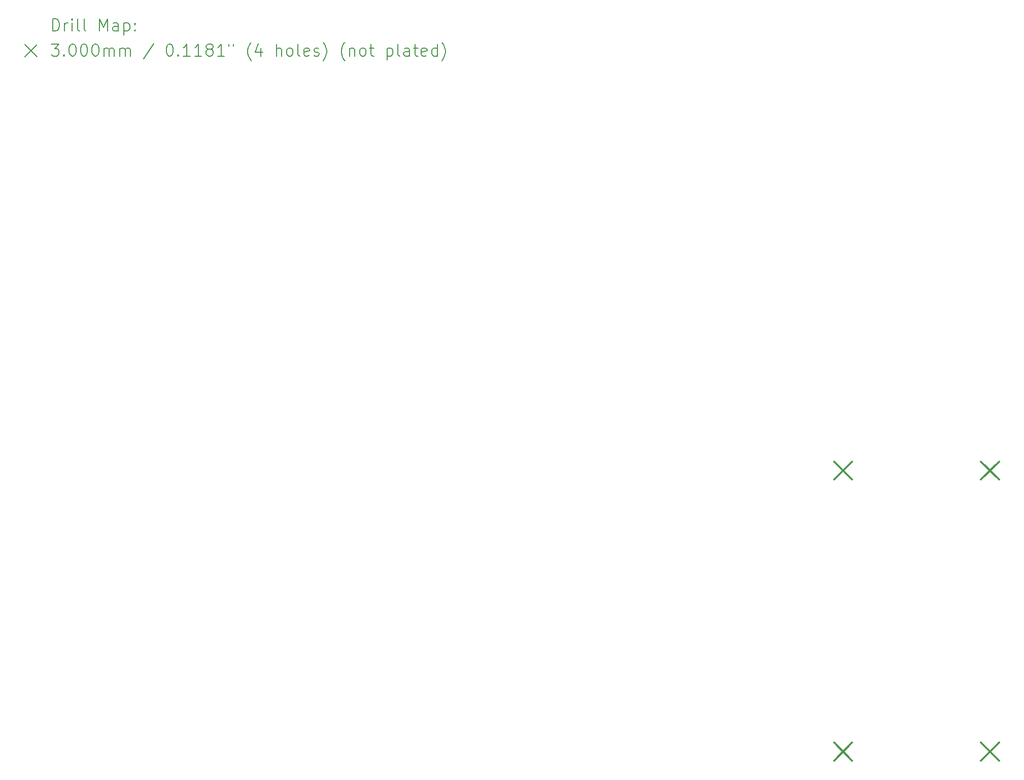
<source format=gbr>
%TF.GenerationSoftware,KiCad,Pcbnew,8.0.2*%
%TF.CreationDate,2024-05-10T22:18:35+03:00*%
%TF.ProjectId,PCB,5043422e-6b69-4636-9164-5f7063625858,rev?*%
%TF.SameCoordinates,Original*%
%TF.FileFunction,Drillmap*%
%TF.FilePolarity,Positive*%
%FSLAX45Y45*%
G04 Gerber Fmt 4.5, Leading zero omitted, Abs format (unit mm)*
G04 Created by KiCad (PCBNEW 8.0.2) date 2024-05-10 22:18:35*
%MOMM*%
%LPD*%
G01*
G04 APERTURE LIST*
%ADD10C,0.200000*%
%ADD11C,0.300000*%
G04 APERTURE END LIST*
D10*
D11*
X13299000Y-7505000D02*
X13599000Y-7805000D01*
X13599000Y-7505000D02*
X13299000Y-7805000D01*
X13299000Y-12200000D02*
X13599000Y-12500000D01*
X13599000Y-12200000D02*
X13299000Y-12500000D01*
X15750000Y-7505000D02*
X16050000Y-7805000D01*
X16050000Y-7505000D02*
X15750000Y-7805000D01*
X15750000Y-12200000D02*
X16050000Y-12500000D01*
X16050000Y-12200000D02*
X15750000Y-12500000D01*
D10*
X260777Y-311484D02*
X260777Y-111484D01*
X260777Y-111484D02*
X308396Y-111484D01*
X308396Y-111484D02*
X336967Y-121008D01*
X336967Y-121008D02*
X356015Y-140055D01*
X356015Y-140055D02*
X365539Y-159103D01*
X365539Y-159103D02*
X375062Y-197198D01*
X375062Y-197198D02*
X375062Y-225769D01*
X375062Y-225769D02*
X365539Y-263865D01*
X365539Y-263865D02*
X356015Y-282912D01*
X356015Y-282912D02*
X336967Y-301960D01*
X336967Y-301960D02*
X308396Y-311484D01*
X308396Y-311484D02*
X260777Y-311484D01*
X460777Y-311484D02*
X460777Y-178150D01*
X460777Y-216246D02*
X470301Y-197198D01*
X470301Y-197198D02*
X479824Y-187674D01*
X479824Y-187674D02*
X498872Y-178150D01*
X498872Y-178150D02*
X517920Y-178150D01*
X584586Y-311484D02*
X584586Y-178150D01*
X584586Y-111484D02*
X575063Y-121008D01*
X575063Y-121008D02*
X584586Y-130531D01*
X584586Y-130531D02*
X594110Y-121008D01*
X594110Y-121008D02*
X584586Y-111484D01*
X584586Y-111484D02*
X584586Y-130531D01*
X708396Y-311484D02*
X689348Y-301960D01*
X689348Y-301960D02*
X679824Y-282912D01*
X679824Y-282912D02*
X679824Y-111484D01*
X813158Y-311484D02*
X794110Y-301960D01*
X794110Y-301960D02*
X784586Y-282912D01*
X784586Y-282912D02*
X784586Y-111484D01*
X1041729Y-311484D02*
X1041729Y-111484D01*
X1041729Y-111484D02*
X1108396Y-254341D01*
X1108396Y-254341D02*
X1175063Y-111484D01*
X1175063Y-111484D02*
X1175063Y-311484D01*
X1356015Y-311484D02*
X1356015Y-206722D01*
X1356015Y-206722D02*
X1346491Y-187674D01*
X1346491Y-187674D02*
X1327444Y-178150D01*
X1327444Y-178150D02*
X1289348Y-178150D01*
X1289348Y-178150D02*
X1270301Y-187674D01*
X1356015Y-301960D02*
X1336967Y-311484D01*
X1336967Y-311484D02*
X1289348Y-311484D01*
X1289348Y-311484D02*
X1270301Y-301960D01*
X1270301Y-301960D02*
X1260777Y-282912D01*
X1260777Y-282912D02*
X1260777Y-263865D01*
X1260777Y-263865D02*
X1270301Y-244817D01*
X1270301Y-244817D02*
X1289348Y-235293D01*
X1289348Y-235293D02*
X1336967Y-235293D01*
X1336967Y-235293D02*
X1356015Y-225769D01*
X1451253Y-178150D02*
X1451253Y-378150D01*
X1451253Y-187674D02*
X1470301Y-178150D01*
X1470301Y-178150D02*
X1508396Y-178150D01*
X1508396Y-178150D02*
X1527443Y-187674D01*
X1527443Y-187674D02*
X1536967Y-197198D01*
X1536967Y-197198D02*
X1546491Y-216246D01*
X1546491Y-216246D02*
X1546491Y-273389D01*
X1546491Y-273389D02*
X1536967Y-292436D01*
X1536967Y-292436D02*
X1527443Y-301960D01*
X1527443Y-301960D02*
X1508396Y-311484D01*
X1508396Y-311484D02*
X1470301Y-311484D01*
X1470301Y-311484D02*
X1451253Y-301960D01*
X1632205Y-292436D02*
X1641729Y-301960D01*
X1641729Y-301960D02*
X1632205Y-311484D01*
X1632205Y-311484D02*
X1622682Y-301960D01*
X1622682Y-301960D02*
X1632205Y-292436D01*
X1632205Y-292436D02*
X1632205Y-311484D01*
X1632205Y-187674D02*
X1641729Y-197198D01*
X1641729Y-197198D02*
X1632205Y-206722D01*
X1632205Y-206722D02*
X1622682Y-197198D01*
X1622682Y-197198D02*
X1632205Y-187674D01*
X1632205Y-187674D02*
X1632205Y-206722D01*
X-200000Y-540000D02*
X0Y-740000D01*
X0Y-540000D02*
X-200000Y-740000D01*
X241729Y-531484D02*
X365539Y-531484D01*
X365539Y-531484D02*
X298872Y-607674D01*
X298872Y-607674D02*
X327444Y-607674D01*
X327444Y-607674D02*
X346491Y-617198D01*
X346491Y-617198D02*
X356015Y-626722D01*
X356015Y-626722D02*
X365539Y-645770D01*
X365539Y-645770D02*
X365539Y-693389D01*
X365539Y-693389D02*
X356015Y-712436D01*
X356015Y-712436D02*
X346491Y-721960D01*
X346491Y-721960D02*
X327444Y-731484D01*
X327444Y-731484D02*
X270301Y-731484D01*
X270301Y-731484D02*
X251253Y-721960D01*
X251253Y-721960D02*
X241729Y-712436D01*
X451253Y-712436D02*
X460777Y-721960D01*
X460777Y-721960D02*
X451253Y-731484D01*
X451253Y-731484D02*
X441729Y-721960D01*
X441729Y-721960D02*
X451253Y-712436D01*
X451253Y-712436D02*
X451253Y-731484D01*
X584586Y-531484D02*
X603634Y-531484D01*
X603634Y-531484D02*
X622682Y-541008D01*
X622682Y-541008D02*
X632205Y-550531D01*
X632205Y-550531D02*
X641729Y-569579D01*
X641729Y-569579D02*
X651253Y-607674D01*
X651253Y-607674D02*
X651253Y-655293D01*
X651253Y-655293D02*
X641729Y-693389D01*
X641729Y-693389D02*
X632205Y-712436D01*
X632205Y-712436D02*
X622682Y-721960D01*
X622682Y-721960D02*
X603634Y-731484D01*
X603634Y-731484D02*
X584586Y-731484D01*
X584586Y-731484D02*
X565539Y-721960D01*
X565539Y-721960D02*
X556015Y-712436D01*
X556015Y-712436D02*
X546491Y-693389D01*
X546491Y-693389D02*
X536967Y-655293D01*
X536967Y-655293D02*
X536967Y-607674D01*
X536967Y-607674D02*
X546491Y-569579D01*
X546491Y-569579D02*
X556015Y-550531D01*
X556015Y-550531D02*
X565539Y-541008D01*
X565539Y-541008D02*
X584586Y-531484D01*
X775062Y-531484D02*
X794110Y-531484D01*
X794110Y-531484D02*
X813158Y-541008D01*
X813158Y-541008D02*
X822682Y-550531D01*
X822682Y-550531D02*
X832205Y-569579D01*
X832205Y-569579D02*
X841729Y-607674D01*
X841729Y-607674D02*
X841729Y-655293D01*
X841729Y-655293D02*
X832205Y-693389D01*
X832205Y-693389D02*
X822682Y-712436D01*
X822682Y-712436D02*
X813158Y-721960D01*
X813158Y-721960D02*
X794110Y-731484D01*
X794110Y-731484D02*
X775062Y-731484D01*
X775062Y-731484D02*
X756015Y-721960D01*
X756015Y-721960D02*
X746491Y-712436D01*
X746491Y-712436D02*
X736967Y-693389D01*
X736967Y-693389D02*
X727443Y-655293D01*
X727443Y-655293D02*
X727443Y-607674D01*
X727443Y-607674D02*
X736967Y-569579D01*
X736967Y-569579D02*
X746491Y-550531D01*
X746491Y-550531D02*
X756015Y-541008D01*
X756015Y-541008D02*
X775062Y-531484D01*
X965539Y-531484D02*
X984586Y-531484D01*
X984586Y-531484D02*
X1003634Y-541008D01*
X1003634Y-541008D02*
X1013158Y-550531D01*
X1013158Y-550531D02*
X1022682Y-569579D01*
X1022682Y-569579D02*
X1032205Y-607674D01*
X1032205Y-607674D02*
X1032205Y-655293D01*
X1032205Y-655293D02*
X1022682Y-693389D01*
X1022682Y-693389D02*
X1013158Y-712436D01*
X1013158Y-712436D02*
X1003634Y-721960D01*
X1003634Y-721960D02*
X984586Y-731484D01*
X984586Y-731484D02*
X965539Y-731484D01*
X965539Y-731484D02*
X946491Y-721960D01*
X946491Y-721960D02*
X936967Y-712436D01*
X936967Y-712436D02*
X927443Y-693389D01*
X927443Y-693389D02*
X917920Y-655293D01*
X917920Y-655293D02*
X917920Y-607674D01*
X917920Y-607674D02*
X927443Y-569579D01*
X927443Y-569579D02*
X936967Y-550531D01*
X936967Y-550531D02*
X946491Y-541008D01*
X946491Y-541008D02*
X965539Y-531484D01*
X1117920Y-731484D02*
X1117920Y-598150D01*
X1117920Y-617198D02*
X1127444Y-607674D01*
X1127444Y-607674D02*
X1146491Y-598150D01*
X1146491Y-598150D02*
X1175063Y-598150D01*
X1175063Y-598150D02*
X1194110Y-607674D01*
X1194110Y-607674D02*
X1203634Y-626722D01*
X1203634Y-626722D02*
X1203634Y-731484D01*
X1203634Y-626722D02*
X1213158Y-607674D01*
X1213158Y-607674D02*
X1232205Y-598150D01*
X1232205Y-598150D02*
X1260777Y-598150D01*
X1260777Y-598150D02*
X1279825Y-607674D01*
X1279825Y-607674D02*
X1289348Y-626722D01*
X1289348Y-626722D02*
X1289348Y-731484D01*
X1384586Y-731484D02*
X1384586Y-598150D01*
X1384586Y-617198D02*
X1394110Y-607674D01*
X1394110Y-607674D02*
X1413158Y-598150D01*
X1413158Y-598150D02*
X1441729Y-598150D01*
X1441729Y-598150D02*
X1460777Y-607674D01*
X1460777Y-607674D02*
X1470301Y-626722D01*
X1470301Y-626722D02*
X1470301Y-731484D01*
X1470301Y-626722D02*
X1479824Y-607674D01*
X1479824Y-607674D02*
X1498872Y-598150D01*
X1498872Y-598150D02*
X1527443Y-598150D01*
X1527443Y-598150D02*
X1546491Y-607674D01*
X1546491Y-607674D02*
X1556015Y-626722D01*
X1556015Y-626722D02*
X1556015Y-731484D01*
X1946491Y-521960D02*
X1775063Y-779103D01*
X2203634Y-531484D02*
X2222682Y-531484D01*
X2222682Y-531484D02*
X2241729Y-541008D01*
X2241729Y-541008D02*
X2251253Y-550531D01*
X2251253Y-550531D02*
X2260777Y-569579D01*
X2260777Y-569579D02*
X2270301Y-607674D01*
X2270301Y-607674D02*
X2270301Y-655293D01*
X2270301Y-655293D02*
X2260777Y-693389D01*
X2260777Y-693389D02*
X2251253Y-712436D01*
X2251253Y-712436D02*
X2241729Y-721960D01*
X2241729Y-721960D02*
X2222682Y-731484D01*
X2222682Y-731484D02*
X2203634Y-731484D01*
X2203634Y-731484D02*
X2184587Y-721960D01*
X2184587Y-721960D02*
X2175063Y-712436D01*
X2175063Y-712436D02*
X2165539Y-693389D01*
X2165539Y-693389D02*
X2156015Y-655293D01*
X2156015Y-655293D02*
X2156015Y-607674D01*
X2156015Y-607674D02*
X2165539Y-569579D01*
X2165539Y-569579D02*
X2175063Y-550531D01*
X2175063Y-550531D02*
X2184587Y-541008D01*
X2184587Y-541008D02*
X2203634Y-531484D01*
X2356015Y-712436D02*
X2365539Y-721960D01*
X2365539Y-721960D02*
X2356015Y-731484D01*
X2356015Y-731484D02*
X2346491Y-721960D01*
X2346491Y-721960D02*
X2356015Y-712436D01*
X2356015Y-712436D02*
X2356015Y-731484D01*
X2556015Y-731484D02*
X2441729Y-731484D01*
X2498872Y-731484D02*
X2498872Y-531484D01*
X2498872Y-531484D02*
X2479825Y-560055D01*
X2479825Y-560055D02*
X2460777Y-579103D01*
X2460777Y-579103D02*
X2441729Y-588627D01*
X2746491Y-731484D02*
X2632206Y-731484D01*
X2689348Y-731484D02*
X2689348Y-531484D01*
X2689348Y-531484D02*
X2670301Y-560055D01*
X2670301Y-560055D02*
X2651253Y-579103D01*
X2651253Y-579103D02*
X2632206Y-588627D01*
X2860777Y-617198D02*
X2841729Y-607674D01*
X2841729Y-607674D02*
X2832206Y-598150D01*
X2832206Y-598150D02*
X2822682Y-579103D01*
X2822682Y-579103D02*
X2822682Y-569579D01*
X2822682Y-569579D02*
X2832206Y-550531D01*
X2832206Y-550531D02*
X2841729Y-541008D01*
X2841729Y-541008D02*
X2860777Y-531484D01*
X2860777Y-531484D02*
X2898872Y-531484D01*
X2898872Y-531484D02*
X2917920Y-541008D01*
X2917920Y-541008D02*
X2927444Y-550531D01*
X2927444Y-550531D02*
X2936967Y-569579D01*
X2936967Y-569579D02*
X2936967Y-579103D01*
X2936967Y-579103D02*
X2927444Y-598150D01*
X2927444Y-598150D02*
X2917920Y-607674D01*
X2917920Y-607674D02*
X2898872Y-617198D01*
X2898872Y-617198D02*
X2860777Y-617198D01*
X2860777Y-617198D02*
X2841729Y-626722D01*
X2841729Y-626722D02*
X2832206Y-636246D01*
X2832206Y-636246D02*
X2822682Y-655293D01*
X2822682Y-655293D02*
X2822682Y-693389D01*
X2822682Y-693389D02*
X2832206Y-712436D01*
X2832206Y-712436D02*
X2841729Y-721960D01*
X2841729Y-721960D02*
X2860777Y-731484D01*
X2860777Y-731484D02*
X2898872Y-731484D01*
X2898872Y-731484D02*
X2917920Y-721960D01*
X2917920Y-721960D02*
X2927444Y-712436D01*
X2927444Y-712436D02*
X2936967Y-693389D01*
X2936967Y-693389D02*
X2936967Y-655293D01*
X2936967Y-655293D02*
X2927444Y-636246D01*
X2927444Y-636246D02*
X2917920Y-626722D01*
X2917920Y-626722D02*
X2898872Y-617198D01*
X3127444Y-731484D02*
X3013158Y-731484D01*
X3070301Y-731484D02*
X3070301Y-531484D01*
X3070301Y-531484D02*
X3051253Y-560055D01*
X3051253Y-560055D02*
X3032206Y-579103D01*
X3032206Y-579103D02*
X3013158Y-588627D01*
X3203634Y-531484D02*
X3203634Y-569579D01*
X3279825Y-531484D02*
X3279825Y-569579D01*
X3575063Y-807674D02*
X3565539Y-798150D01*
X3565539Y-798150D02*
X3546491Y-769579D01*
X3546491Y-769579D02*
X3536968Y-750531D01*
X3536968Y-750531D02*
X3527444Y-721960D01*
X3527444Y-721960D02*
X3517920Y-674341D01*
X3517920Y-674341D02*
X3517920Y-636246D01*
X3517920Y-636246D02*
X3527444Y-588627D01*
X3527444Y-588627D02*
X3536968Y-560055D01*
X3536968Y-560055D02*
X3546491Y-541008D01*
X3546491Y-541008D02*
X3565539Y-512436D01*
X3565539Y-512436D02*
X3575063Y-502912D01*
X3736968Y-598150D02*
X3736968Y-731484D01*
X3689348Y-521960D02*
X3641729Y-664817D01*
X3641729Y-664817D02*
X3765539Y-664817D01*
X3994110Y-731484D02*
X3994110Y-531484D01*
X4079825Y-731484D02*
X4079825Y-626722D01*
X4079825Y-626722D02*
X4070301Y-607674D01*
X4070301Y-607674D02*
X4051253Y-598150D01*
X4051253Y-598150D02*
X4022682Y-598150D01*
X4022682Y-598150D02*
X4003634Y-607674D01*
X4003634Y-607674D02*
X3994110Y-617198D01*
X4203634Y-731484D02*
X4184587Y-721960D01*
X4184587Y-721960D02*
X4175063Y-712436D01*
X4175063Y-712436D02*
X4165539Y-693389D01*
X4165539Y-693389D02*
X4165539Y-636246D01*
X4165539Y-636246D02*
X4175063Y-617198D01*
X4175063Y-617198D02*
X4184587Y-607674D01*
X4184587Y-607674D02*
X4203634Y-598150D01*
X4203634Y-598150D02*
X4232206Y-598150D01*
X4232206Y-598150D02*
X4251253Y-607674D01*
X4251253Y-607674D02*
X4260777Y-617198D01*
X4260777Y-617198D02*
X4270301Y-636246D01*
X4270301Y-636246D02*
X4270301Y-693389D01*
X4270301Y-693389D02*
X4260777Y-712436D01*
X4260777Y-712436D02*
X4251253Y-721960D01*
X4251253Y-721960D02*
X4232206Y-731484D01*
X4232206Y-731484D02*
X4203634Y-731484D01*
X4384587Y-731484D02*
X4365539Y-721960D01*
X4365539Y-721960D02*
X4356015Y-702912D01*
X4356015Y-702912D02*
X4356015Y-531484D01*
X4536968Y-721960D02*
X4517920Y-731484D01*
X4517920Y-731484D02*
X4479825Y-731484D01*
X4479825Y-731484D02*
X4460777Y-721960D01*
X4460777Y-721960D02*
X4451253Y-702912D01*
X4451253Y-702912D02*
X4451253Y-626722D01*
X4451253Y-626722D02*
X4460777Y-607674D01*
X4460777Y-607674D02*
X4479825Y-598150D01*
X4479825Y-598150D02*
X4517920Y-598150D01*
X4517920Y-598150D02*
X4536968Y-607674D01*
X4536968Y-607674D02*
X4546492Y-626722D01*
X4546492Y-626722D02*
X4546492Y-645770D01*
X4546492Y-645770D02*
X4451253Y-664817D01*
X4622682Y-721960D02*
X4641730Y-731484D01*
X4641730Y-731484D02*
X4679825Y-731484D01*
X4679825Y-731484D02*
X4698873Y-721960D01*
X4698873Y-721960D02*
X4708396Y-702912D01*
X4708396Y-702912D02*
X4708396Y-693389D01*
X4708396Y-693389D02*
X4698873Y-674341D01*
X4698873Y-674341D02*
X4679825Y-664817D01*
X4679825Y-664817D02*
X4651253Y-664817D01*
X4651253Y-664817D02*
X4632206Y-655293D01*
X4632206Y-655293D02*
X4622682Y-636246D01*
X4622682Y-636246D02*
X4622682Y-626722D01*
X4622682Y-626722D02*
X4632206Y-607674D01*
X4632206Y-607674D02*
X4651253Y-598150D01*
X4651253Y-598150D02*
X4679825Y-598150D01*
X4679825Y-598150D02*
X4698873Y-607674D01*
X4775063Y-807674D02*
X4784587Y-798150D01*
X4784587Y-798150D02*
X4803634Y-769579D01*
X4803634Y-769579D02*
X4813158Y-750531D01*
X4813158Y-750531D02*
X4822682Y-721960D01*
X4822682Y-721960D02*
X4832206Y-674341D01*
X4832206Y-674341D02*
X4832206Y-636246D01*
X4832206Y-636246D02*
X4822682Y-588627D01*
X4822682Y-588627D02*
X4813158Y-560055D01*
X4813158Y-560055D02*
X4803634Y-541008D01*
X4803634Y-541008D02*
X4784587Y-512436D01*
X4784587Y-512436D02*
X4775063Y-502912D01*
X5136968Y-807674D02*
X5127444Y-798150D01*
X5127444Y-798150D02*
X5108396Y-769579D01*
X5108396Y-769579D02*
X5098873Y-750531D01*
X5098873Y-750531D02*
X5089349Y-721960D01*
X5089349Y-721960D02*
X5079825Y-674341D01*
X5079825Y-674341D02*
X5079825Y-636246D01*
X5079825Y-636246D02*
X5089349Y-588627D01*
X5089349Y-588627D02*
X5098873Y-560055D01*
X5098873Y-560055D02*
X5108396Y-541008D01*
X5108396Y-541008D02*
X5127444Y-512436D01*
X5127444Y-512436D02*
X5136968Y-502912D01*
X5213158Y-598150D02*
X5213158Y-731484D01*
X5213158Y-617198D02*
X5222682Y-607674D01*
X5222682Y-607674D02*
X5241730Y-598150D01*
X5241730Y-598150D02*
X5270301Y-598150D01*
X5270301Y-598150D02*
X5289349Y-607674D01*
X5289349Y-607674D02*
X5298873Y-626722D01*
X5298873Y-626722D02*
X5298873Y-731484D01*
X5422682Y-731484D02*
X5403634Y-721960D01*
X5403634Y-721960D02*
X5394111Y-712436D01*
X5394111Y-712436D02*
X5384587Y-693389D01*
X5384587Y-693389D02*
X5384587Y-636246D01*
X5384587Y-636246D02*
X5394111Y-617198D01*
X5394111Y-617198D02*
X5403634Y-607674D01*
X5403634Y-607674D02*
X5422682Y-598150D01*
X5422682Y-598150D02*
X5451254Y-598150D01*
X5451254Y-598150D02*
X5470301Y-607674D01*
X5470301Y-607674D02*
X5479825Y-617198D01*
X5479825Y-617198D02*
X5489349Y-636246D01*
X5489349Y-636246D02*
X5489349Y-693389D01*
X5489349Y-693389D02*
X5479825Y-712436D01*
X5479825Y-712436D02*
X5470301Y-721960D01*
X5470301Y-721960D02*
X5451254Y-731484D01*
X5451254Y-731484D02*
X5422682Y-731484D01*
X5546492Y-598150D02*
X5622682Y-598150D01*
X5575063Y-531484D02*
X5575063Y-702912D01*
X5575063Y-702912D02*
X5584587Y-721960D01*
X5584587Y-721960D02*
X5603634Y-731484D01*
X5603634Y-731484D02*
X5622682Y-731484D01*
X5841730Y-598150D02*
X5841730Y-798150D01*
X5841730Y-607674D02*
X5860777Y-598150D01*
X5860777Y-598150D02*
X5898873Y-598150D01*
X5898873Y-598150D02*
X5917920Y-607674D01*
X5917920Y-607674D02*
X5927444Y-617198D01*
X5927444Y-617198D02*
X5936968Y-636246D01*
X5936968Y-636246D02*
X5936968Y-693389D01*
X5936968Y-693389D02*
X5927444Y-712436D01*
X5927444Y-712436D02*
X5917920Y-721960D01*
X5917920Y-721960D02*
X5898873Y-731484D01*
X5898873Y-731484D02*
X5860777Y-731484D01*
X5860777Y-731484D02*
X5841730Y-721960D01*
X6051253Y-731484D02*
X6032206Y-721960D01*
X6032206Y-721960D02*
X6022682Y-702912D01*
X6022682Y-702912D02*
X6022682Y-531484D01*
X6213158Y-731484D02*
X6213158Y-626722D01*
X6213158Y-626722D02*
X6203634Y-607674D01*
X6203634Y-607674D02*
X6184587Y-598150D01*
X6184587Y-598150D02*
X6146492Y-598150D01*
X6146492Y-598150D02*
X6127444Y-607674D01*
X6213158Y-721960D02*
X6194111Y-731484D01*
X6194111Y-731484D02*
X6146492Y-731484D01*
X6146492Y-731484D02*
X6127444Y-721960D01*
X6127444Y-721960D02*
X6117920Y-702912D01*
X6117920Y-702912D02*
X6117920Y-683865D01*
X6117920Y-683865D02*
X6127444Y-664817D01*
X6127444Y-664817D02*
X6146492Y-655293D01*
X6146492Y-655293D02*
X6194111Y-655293D01*
X6194111Y-655293D02*
X6213158Y-645770D01*
X6279825Y-598150D02*
X6356015Y-598150D01*
X6308396Y-531484D02*
X6308396Y-702912D01*
X6308396Y-702912D02*
X6317920Y-721960D01*
X6317920Y-721960D02*
X6336968Y-731484D01*
X6336968Y-731484D02*
X6356015Y-731484D01*
X6498873Y-721960D02*
X6479825Y-731484D01*
X6479825Y-731484D02*
X6441730Y-731484D01*
X6441730Y-731484D02*
X6422682Y-721960D01*
X6422682Y-721960D02*
X6413158Y-702912D01*
X6413158Y-702912D02*
X6413158Y-626722D01*
X6413158Y-626722D02*
X6422682Y-607674D01*
X6422682Y-607674D02*
X6441730Y-598150D01*
X6441730Y-598150D02*
X6479825Y-598150D01*
X6479825Y-598150D02*
X6498873Y-607674D01*
X6498873Y-607674D02*
X6508396Y-626722D01*
X6508396Y-626722D02*
X6508396Y-645770D01*
X6508396Y-645770D02*
X6413158Y-664817D01*
X6679825Y-731484D02*
X6679825Y-531484D01*
X6679825Y-721960D02*
X6660777Y-731484D01*
X6660777Y-731484D02*
X6622682Y-731484D01*
X6622682Y-731484D02*
X6603634Y-721960D01*
X6603634Y-721960D02*
X6594111Y-712436D01*
X6594111Y-712436D02*
X6584587Y-693389D01*
X6584587Y-693389D02*
X6584587Y-636246D01*
X6584587Y-636246D02*
X6594111Y-617198D01*
X6594111Y-617198D02*
X6603634Y-607674D01*
X6603634Y-607674D02*
X6622682Y-598150D01*
X6622682Y-598150D02*
X6660777Y-598150D01*
X6660777Y-598150D02*
X6679825Y-607674D01*
X6756015Y-807674D02*
X6765539Y-798150D01*
X6765539Y-798150D02*
X6784587Y-769579D01*
X6784587Y-769579D02*
X6794111Y-750531D01*
X6794111Y-750531D02*
X6803634Y-721960D01*
X6803634Y-721960D02*
X6813158Y-674341D01*
X6813158Y-674341D02*
X6813158Y-636246D01*
X6813158Y-636246D02*
X6803634Y-588627D01*
X6803634Y-588627D02*
X6794111Y-560055D01*
X6794111Y-560055D02*
X6784587Y-541008D01*
X6784587Y-541008D02*
X6765539Y-512436D01*
X6765539Y-512436D02*
X6756015Y-502912D01*
M02*

</source>
